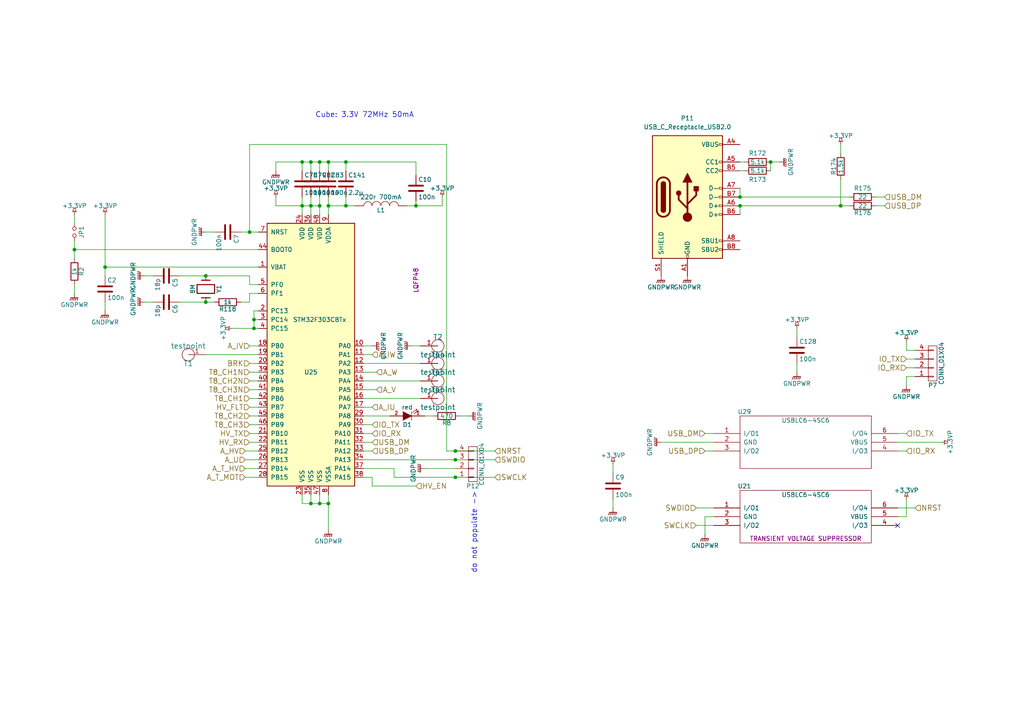
<source format=kicad_sch>
(kicad_sch (version 20231120) (generator "eeschema") (generator_version "8.0")
  (paper "A4")
  (lib_symbols
    (symbol "stmbl:+3.3VP" (power) (pin_names (offset 0))
      (property "Value" "+3.3VP" (at 0 2.54 0))
      (symbol "+3.3VP_0_0"
        (pin power_in line (at 0 0 90) (length 0) hide (name "+3.3VP") (number "1"))
      )
      (symbol "+3.3VP_0_1"
        (polyline (pts (xy 0 0) (xy 0 1.016) (xy 0 1.016)))
        (polyline (pts (xy 0.508 0.762) (xy 0 1.016) (xy -0.508 0.762) (xy -0.254 1.778) (xy 0.254 1.778) (xy 0.508 0.762) (xy 0.508 0.762)))
      )
    )
    (symbol "stmbl:C" (pin_numbers hide) (pin_names (offset 0.254))
      (property "Reference" "C" (at 0.635 2.54 0))
      (property "Value" "C" (at 0.635 -2.54 0))
      (symbol "C_0_1"
        (polyline (pts (xy -2.032 -0.762) (xy 2.032 -0.762)) (stroke (width 0.508)))
        (polyline (pts (xy -2.032 0.762) (xy 2.032 0.762)) (stroke (width 0.508)))
      )
      (symbol "C_1_1"
        (pin passive line (at 0 3.81 270) (length 2.794) (name "~") (number "1"))
        (pin passive line (at 0 -3.81 90) (length 2.794) (name "~") (number "2"))
      )
    )
    (symbol "stmbl:CONN_01X04" (pin_names (offset 1.016) hide)
      (property "Reference" "P" (at 0 6.35 0))
      (property "Value" "CONN_01X04" (at 2.54 0 90))
      (symbol "CONN_01X04_0_1"
        (rectangle (start -1.27 -3.683) (end 0.254 -3.937))
        (rectangle (start -1.27 -1.143) (end 0.254 -1.397))
        (rectangle (start -1.27 1.397) (end 0.254 1.143))
        (rectangle (start -1.27 3.937) (end 0.254 3.683))
        (rectangle (start -1.27 5.08) (end 1.27 -5.08))
      )
      (symbol "CONN_01X04_1_1"
        (pin passive line (at -5.08 3.81 0) (length 3.81) (name "P1") (number "1"))
        (pin passive line (at -5.08 1.27 0) (length 3.81) (name "P2") (number "2"))
        (pin passive line (at -5.08 -1.27 0) (length 3.81) (name "P3") (number "3"))
        (pin passive line (at -5.08 -3.81 0) (length 3.81) (name "P4") (number "4"))
      )
    )
    (symbol "stmbl:Crystal" (pin_numbers hide) (pin_names (offset 1.016) hide)
      (property "Reference" "Y" (at 0 3.81 0))
      (property "Value" "Crystal" (at 0 -3.81 0))
      (symbol "Crystal_0_1"
        (rectangle (start -1.27 2.54) (end 1.27 -2.54) (stroke (width 0.3048)))
        (polyline (pts (xy -2.54 -1.27) (xy -2.54 1.27)) (stroke (width 0.3048)))
        (polyline (pts (xy 2.54 -1.27) (xy 2.54 1.27)) (stroke (width 0.3048)))
      )
      (symbol "Crystal_1_1"
        (pin passive line (at -3.81 0 0) (length 1.27) (name "1") (number "1"))
        (pin passive line (at 3.81 0 180) (length 1.27) (name "2") (number "2"))
      )
    )
    (symbol "stmbl:GNDPWR" (power) (pin_names (offset 0))
      (property "Value" "GNDPWR" (at 0 -3.302 0))
      (symbol "GNDPWR_0_1"
        (polyline (pts (xy 0 -1.27) (xy 0 0)))
        (polyline (pts (xy -1.016 -1.27) (xy -1.27 -2.032) (xy -1.27 -2.032)) (stroke (width 0.2032)))
        (polyline (pts (xy -0.508 -1.27) (xy -0.762 -2.032) (xy -0.762 -2.032)) (stroke (width 0.2032)))
        (polyline (pts (xy 0 -1.27) (xy -0.254 -2.032) (xy -0.254 -2.032)) (stroke (width 0.2032)))
        (polyline (pts (xy 0.508 -1.27) (xy 0.254 -2.032) (xy 0.254 -2.032)) (stroke (width 0.2032)))
        (polyline (pts (xy 1.016 -1.27) (xy -1.016 -1.27) (xy -1.016 -1.27)) (stroke (width 0.2032)))
        (polyline (pts (xy 1.016 -1.27) (xy 0.762 -2.032) (xy 0.762 -2.032) (xy 0.762 -2.032)) (stroke (width 0.2032)))
      )
      (symbol "GNDPWR_1_1"
        (pin power_in line (at 0 0 90) (length 0) hide (name "GNDPWR") (number "1"))
      )
    )
    (symbol "stmbl:INDUCTOR" (pin_numbers hide) (pin_names (offset 1.016) hide)
      (property "Reference" "L" (at -1.27 0 90))
      (property "Value" "INDUCTOR" (at 2.54 0 90))
      (symbol "INDUCTOR_0_1"
        (arc (start 0.0254 -5.0546) (mid 1.2449 -3.8097) (end 0.0254 -2.54))
        (arc (start 0.0254 -2.5146) (mid 1.2703 -1.2444) (end 0.0254 0.0508))
        (arc (start 0.0254 0.0254) (mid 1.2703 1.2956) (end 0.0254 2.5908))
        (arc (start 0.0254 2.5654) (mid 1.1941 3.7595) (end 0.0254 4.9784))
      )
      (symbol "INDUCTOR_1_1"
        (pin passive line (at 0 7.62 270) (length 2.54) (name "1") (number "1"))
        (pin passive line (at 0 -7.62 90) (length 2.54) (name "2") (number "2"))
      )
    )
    (symbol "stmbl:Jumper_NO_Small" (pin_numbers hide) (pin_names (offset 0.762) hide)
      (property "Reference" "JP" (at 0 2.032 0))
      (symbol "Jumper_NO_Small_0_1"
        (circle (center -1.016 0) (radius 0.508))
        (circle (center 1.016 0) (radius 0.508))
        (pin passive line (at -2.54 0 0) (length 1.016) (name "1") (number "1"))
        (pin passive line (at 2.54 0 180) (length 1.016) (name "2") (number "2"))
      )
    )
    (symbol "stmbl:LED" (pin_names (offset 1.016) hide)
      (property "Reference" "D" (at 0 2.54 0))
      (property "Value" "LED" (at 0 -2.54 0))
      (symbol "LED_0_1"
        (polyline (pts (xy -1.27 1.27) (xy -1.27 -1.27)))
        (polyline (pts (xy -2.032 -0.635) (xy -3.175 -1.651) (xy -3.048 -1.016)))
        (polyline (pts (xy -1.651 -1.016) (xy -2.794 -2.032) (xy -2.667 -1.397)))
        (polyline (pts (xy 1.27 1.27) (xy -1.27 0) (xy 1.27 -1.27)) (fill (type outline)))
      )
      (symbol "LED_1_1"
        (pin passive line (at -5.08 0 0) (length 3.81) (name "K") (number "1"))
        (pin passive line (at 5.08 0 180) (length 3.81) (name "A") (number "2"))
      )
    )
    (symbol "stmbl:R" (pin_numbers hide) (pin_names (offset 0))
      (property "Reference" "R" (at 2.032 0 90))
      (property "Value" "R" (at 0 0 90))
      (symbol "R_0_1"
        (rectangle (start -1.016 -2.54) (end 1.016 2.54) (stroke (width 0.254)))
      )
      (symbol "R_1_1"
        (pin passive line (at 0 3.81 270) (length 1.27) (name "~") (number "1"))
        (pin passive line (at 0 -3.81 90) (length 1.27) (name "~") (number "2"))
      )
    )
    (symbol "stmbl:STM32F303CBTx" (pin_names (offset 1.016))
      (property "Reference" "U" (at -12.7 41.91 0))
      (property "Value" "STM32F303CBTx" (at 10.16 17.78 0))
      (property "Footprint" "LQFP48" (at 5.08 16.51 0))
      (symbol "STM32F303CBTx_0_1"
        (rectangle (start -12.7 -35.56) (end 12.7 40.64) (stroke (width 0.254)) (fill (type background)))
      )
      (symbol "STM32F303CBTx_1_1"
        (pin power_in line (at -15.24 27.94 0) (length 2.54) (name "VBAT") (number "1"))
        (pin bidirectional line (at 15.24 5.08 180) (length 2.54) (name "PA0") (number "10"))
        (pin bidirectional line (at 15.24 2.54 180) (length 2.54) (name "PA1") (number "11"))
        (pin bidirectional line (at 15.24 0 180) (length 2.54) (name "PA2") (number "12"))
        (pin bidirectional line (at 15.24 -2.54 180) (length 2.54) (name "PA3") (number "13"))
        (pin bidirectional line (at 15.24 -5.08 180) (length 2.54) (name "PA4") (number "14"))
        (pin bidirectional line (at 15.24 -7.62 180) (length 2.54) (name "PA5") (number "15"))
        (pin bidirectional line (at 15.24 -10.16 180) (length 2.54) (name "PA6") (number "16"))
        (pin bidirectional line (at 15.24 -12.7 180) (length 2.54) (name "PA7") (number "17"))
        (pin bidirectional line (at -15.24 5.08 0) (length 2.54) (name "PB0") (number "18"))
        (pin bidirectional line (at -15.24 2.54 0) (length 2.54) (name "PB1") (number "19"))
        (pin bidirectional line (at -15.24 15.24 0) (length 2.54) (name "PC13") (number "2"))
        (pin bidirectional line (at -15.24 0 0) (length 2.54) (name "PB2") (number "20"))
        (pin bidirectional line (at -15.24 -20.32 0) (length 2.54) (name "PB10") (number "21"))
        (pin bidirectional line (at -15.24 -22.86 0) (length 2.54) (name "PB11") (number "22"))
        (pin power_in line (at -2.54 -38.1 90) (length 2.54) (name "VSS") (number "23"))
        (pin power_in line (at -2.54 43.18 270) (length 2.54) (name "VDD") (number "24"))
        (pin bidirectional line (at -15.24 -25.4 0) (length 2.54) (name "PB12") (number "25"))
        (pin bidirectional line (at -15.24 -27.94 0) (length 2.54) (name "PB13") (number "26"))
        (pin bidirectional line (at -15.24 -30.48 0) (length 2.54) (name "PB14") (number "27"))
        (pin bidirectional line (at -15.24 -33.02 0) (length 2.54) (name "PB15") (number "28"))
        (pin bidirectional line (at 15.24 -15.24 180) (length 2.54) (name "PA8") (number "29"))
        (pin bidirectional line (at -15.24 12.7 0) (length 2.54) (name "PC14") (number "3"))
        (pin bidirectional line (at 15.24 -17.78 180) (length 2.54) (name "PA9") (number "30"))
        (pin bidirectional line (at 15.24 -20.32 180) (length 2.54) (name "PA10") (number "31"))
        (pin bidirectional line (at 15.24 -22.86 180) (length 2.54) (name "PA11") (number "32"))
        (pin bidirectional line (at 15.24 -25.4 180) (length 2.54) (name "PA12") (number "33"))
        (pin bidirectional line (at 15.24 -27.94 180) (length 2.54) (name "PA13") (number "34"))
        (pin power_in line (at 0 -38.1 90) (length 2.54) (name "VSS") (number "35"))
        (pin power_in line (at 0 43.18 270) (length 2.54) (name "VDD") (number "36"))
        (pin bidirectional line (at 15.24 -30.48 180) (length 2.54) (name "PA14") (number "37"))
        (pin bidirectional line (at 15.24 -33.02 180) (length 2.54) (name "PA15") (number "38"))
        (pin bidirectional line (at -15.24 -2.54 0) (length 2.54) (name "PB3") (number "39"))
        (pin bidirectional line (at -15.24 10.16 0) (length 2.54) (name "PC15") (number "4"))
        (pin bidirectional line (at -15.24 -5.08 0) (length 2.54) (name "PB4") (number "40"))
        (pin bidirectional line (at -15.24 -7.62 0) (length 2.54) (name "PB5") (number "41"))
        (pin bidirectional line (at -15.24 -10.16 0) (length 2.54) (name "PB6") (number "42"))
        (pin bidirectional line (at -15.24 -12.7 0) (length 2.54) (name "PB7") (number "43"))
        (pin input line (at -15.24 33.02 0) (length 2.54) (name "BOOT0") (number "44"))
        (pin bidirectional line (at -15.24 -15.24 0) (length 2.54) (name "PB8") (number "45"))
        (pin bidirectional line (at -15.24 -17.78 0) (length 2.54) (name "PB9") (number "46"))
        (pin power_in line (at 2.54 -38.1 90) (length 2.54) (name "VSS") (number "47"))
        (pin power_in line (at 2.54 43.18 270) (length 2.54) (name "VDD") (number "48"))
        (pin input line (at -15.24 22.86 0) (length 2.54) (name "PF0") (number "5"))
        (pin input line (at -15.24 20.32 0) (length 2.54) (name "PF1") (number "6"))
        (pin input line (at -15.24 38.1 0) (length 2.54) (name "NRST") (number "7"))
        (pin power_in line (at 5.08 -38.1 90) (length 2.54) (name "VSSA") (number "8"))
        (pin power_in line (at 5.08 43.18 270) (length 2.54) (name "VDDA") (number "9"))
      )
    )
    (symbol "stmbl:USBLC6-4SC6" (pin_names (offset 1.016))
      (property "Reference" "U" (at -17.7546 8.8392 0))
      (property "Value" "USBLC6-4SC6" (at 0 6.35 0))
      (property "Description" "TRANSIENT VOLTAGE SUPPRESSOR" (at 0 -6.35 0))
      (symbol "USBLC6-4SC6_0_0"
        (rectangle (start -19.05 -7.62) (end 19.05 7.62))
      )
      (symbol "USBLC6-4SC6_1_1"
        (pin unspecified line (at -26.67 2.54 0) (length 7.5946) (name "I/O1") (number "1"))
        (pin unspecified line (at -26.67 0 0) (length 7.5946) (name "GND") (number "2"))
        (pin unspecified line (at -26.67 -2.54 0) (length 7.5946) (name "I/O2") (number "3"))
        (pin unspecified line (at 26.67 -2.54 180) (length 7.5692) (name "I/O3") (number "4"))
        (pin unspecified line (at 26.67 0 180) (length 7.5692) (name "VBUS") (number "5"))
        (pin unspecified line (at 26.67 2.54 180) (length 7.5692) (name "I/O4") (number "6"))
      )
    )
    (symbol "stmbl:USB_C_Receptacle_USB2.0" (pin_names (offset 1.016))
      (property "Reference" "J" (at -10.16 19.05 0))
      (property "Value" "USB_C_Receptacle_USB2.0" (at 19.05 19.05 0))
      (symbol "USB_C_Receptacle_USB2.0_0_0"
        (rectangle (start -0.254 -17.78) (end 0.254 -16.764))
        (rectangle (start 10.16 -14.986) (end 9.144 -15.494))
        (rectangle (start 10.16 -12.446) (end 9.144 -12.954))
        (rectangle (start 10.16 -4.826) (end 9.144 -5.334))
        (rectangle (start 10.16 -2.286) (end 9.144 -2.794))
        (rectangle (start 10.16 0.254) (end 9.144 -0.254))
        (rectangle (start 10.16 2.794) (end 9.144 2.286))
        (rectangle (start 10.16 7.874) (end 9.144 7.366))
        (rectangle (start 10.16 10.414) (end 9.144 9.906))
        (rectangle (start 10.16 15.494) (end 9.144 14.986))
      )
      (symbol "USB_C_Receptacle_USB2.0_0_1"
        (rectangle (start -10.16 17.78) (end 10.16 -17.78) (stroke (width 0.254)) (fill (type background)))
        (arc (start -8.89 -3.81) (mid -6.985 -5.7067) (end -5.08 -3.81) (stroke (width 0.508)))
        (arc (start -7.62 -3.81) (mid -6.985 -4.4423) (end -6.35 -3.81) (stroke (width 0.254)))
        (arc (start -7.62 -3.81) (mid -6.985 -4.4423) (end -6.35 -3.81) (stroke (width 0.254)) (fill (type outline)))
        (rectangle (start -7.62 -3.81) (end -6.35 3.81) (stroke (width 0.254)) (fill (type outline)))
        (arc (start -6.35 3.81) (mid -6.985 4.4423) (end -7.62 3.81) (stroke (width 0.254)))
        (arc (start -6.35 3.81) (mid -6.985 4.4423) (end -7.62 3.81) (stroke (width 0.254)) (fill (type outline)))
        (arc (start -5.08 3.81) (mid -6.985 5.7067) (end -8.89 3.81) (stroke (width 0.508)))
        (circle (center -2.54 1.143) (radius 0.635) (stroke (width 0.254)) (fill (type outline)))
        (circle (center 0 -5.842) (radius 1.27) (fill (type outline)))
        (polyline (pts (xy -8.89 -3.81) (xy -8.89 3.81)) (stroke (width 0.508)))
        (polyline (pts (xy -5.08 3.81) (xy -5.08 -3.81)) (stroke (width 0.508)))
        (polyline (pts (xy 0 -5.842) (xy 0 4.318)) (stroke (width 0.508)))
        (polyline (pts (xy 0 -3.302) (xy -2.54 -0.762) (xy -2.54 0.508)) (stroke (width 0.508)))
        (polyline (pts (xy 0 -2.032) (xy 2.54 0.508) (xy 2.54 1.778)) (stroke (width 0.508)))
        (polyline (pts (xy -1.27 4.318) (xy 0 6.858) (xy 1.27 4.318) (xy -1.27 4.318)) (stroke (width 0.254)) (fill (type outline)))
        (rectangle (start 1.905 1.778) (end 3.175 3.048) (stroke (width 0.254)) (fill (type outline)))
      )
      (symbol "USB_C_Receptacle_USB2.0_1_1"
        (pin passive line (at 0 -22.86 90) (length 5.08) (name "GND") (number "A1"))
        (pin passive line (at 0 -22.86 90) (length 5.08) hide (name "GND") (number "A12"))
        (pin passive line (at 15.24 15.24 180) (length 5.08) (name "VBUS") (number "A4"))
        (pin bidirectional line (at 15.24 10.16 180) (length 5.08) (name "CC1") (number "A5"))
        (pin bidirectional line (at 15.24 -2.54 180) (length 5.08) (name "D+") (number "A6"))
        (pin bidirectional line (at 15.24 2.54 180) (length 5.08) (name "D-") (number "A7"))
        (pin bidirectional line (at 15.24 -12.7 180) (length 5.08) (name "SBU1") (number "A8"))
        (pin passive line (at 15.24 15.24 180) (length 5.08) hide (name "VBUS") (number "A9"))
        (pin passive line (at 0 -22.86 90) (length 5.08) hide (name "GND") (number "B1"))
        (pin passive line (at 0 -22.86 90) (length 5.08) hide (name "GND") (number "B12"))
        (pin passive line (at 15.24 15.24 180) (length 5.08) hide (name "VBUS") (number "B4"))
        (pin bidirectional line (at 15.24 7.62 180) (length 5.08) (name "CC2") (number "B5"))
        (pin bidirectional line (at 15.24 -5.08 180) (length 5.08) (name "D+") (number "B6"))
        (pin bidirectional line (at 15.24 0 180) (length 5.08) (name "D-") (number "B7"))
        (pin bidirectional line (at 15.24 -15.24 180) (length 5.08) (name "SBU2") (number "B8"))
        (pin passive line (at 15.24 15.24 180) (length 5.08) hide (name "VBUS") (number "B9"))
        (pin passive line (at -7.62 -22.86 90) (length 5.08) (name "SHIELD") (number "S1"))
      )
    )
    (symbol "stmbl:testpoint" (pin_names (offset 1.016))
      (property "Reference" "T" (at 0 2.54 0))
      (property "Value" "testpoint" (at 0 -2.54 0))
      (symbol "testpoint_0_1"
        (circle (center 0 0) (radius 1.8034))
      )
      (symbol "testpoint_1_1"
        (pin bidirectional line (at -5.08 0 0) (length 5.08) (name "~") (number "1"))
      )
    )
  )
  (junction (at 90.17 146.05))
  (junction (at 214.63 59.69))
  (junction (at 90.17 46.99))
  (junction (at 21.59 72.39))
  (junction (at 92.71 46.99))
  (junction (at 87.63 46.99))
  (junction (at 132.08 138.43))
  (junction (at 95.25 59.69))
  (junction (at 87.63 59.69))
  (junction (at 95.25 46.99))
  (junction (at 59.69 87.63))
  (junction (at 73.66 95.25))
  (junction (at 92.71 59.69))
  (junction (at 132.08 130.81))
  (junction (at 132.08 133.35))
  (junction (at 90.17 59.69))
  (junction (at 223.52 46.99))
  (junction (at 100.33 59.69))
  (junction (at 92.71 146.05))
  (junction (at 120.65 59.69))
  (junction (at 100.33 46.99))
  (junction (at 30.48 77.47))
  (junction (at 243.84 59.69))
  (junction (at 59.69 80.01))
  (junction (at 214.63 57.15))
  (junction (at 72.39 67.31))
  (junction (at 73.66 92.71))
  (junction (at 95.25 146.05))
  (no_connect (at 260.35 152.4))
  (wire (pts (xy 87.63 143.51) (xy 87.63 146.05)))
  (wire (pts (xy 95.25 57.15) (xy 95.25 59.69)))
  (wire (pts (xy 71.12 130.81) (xy 74.93 130.81)))
  (wire (pts (xy 260.35 130.81) (xy 262.89 130.81)))
  (wire (pts (xy 201.93 152.4) (xy 207.01 152.4)))
  (wire (pts (xy 21.59 69.85) (xy 21.59 72.39)))
  (wire (pts (xy 129.54 130.81) (xy 132.08 130.81)))
  (wire (pts (xy 80.01 57.15) (xy 80.01 59.69)))
  (wire (pts (xy 90.17 46.99) (xy 92.71 46.99)))
  (wire (pts (xy 105.41 138.43) (xy 107.95 138.43)))
  (wire (pts (xy 132.08 130.81) (xy 143.51 130.81)))
  (wire (pts (xy 201.93 147.32) (xy 207.01 147.32)))
  (wire (pts (xy 72.39 107.95) (xy 74.93 107.95)))
  (wire (pts (xy 90.17 146.05) (xy 92.71 146.05)))
  (wire (pts (xy 92.71 57.15) (xy 92.71 59.69)))
  (wire (pts (xy 73.66 95.25) (xy 74.93 95.25)))
  (wire (pts (xy 92.71 46.99) (xy 95.25 46.99)))
  (wire (pts (xy 100.33 57.15) (xy 100.33 59.69)))
  (wire (pts (xy 243.84 52.07) (xy 243.84 59.69)))
  (wire (pts (xy 256.54 59.69) (xy 254 59.69)))
  (wire (pts (xy 92.71 46.99) (xy 92.71 49.53)))
  (wire (pts (xy 265.43 109.22) (xy 262.89 109.22)))
  (wire (pts (xy 214.63 59.69) (xy 214.63 62.23)))
  (wire (pts (xy 231.14 97.79) (xy 231.14 95.25)))
  (wire (pts (xy 41.91 80.01) (xy 44.45 80.01)))
  (wire (pts (xy 72.39 85.09) (xy 74.93 85.09)))
  (wire (pts (xy 215.9 49.53) (xy 214.63 49.53)))
  (wire (pts (xy 87.63 59.69) (xy 87.63 62.23)))
  (wire (pts (xy 95.25 143.51) (xy 95.25 146.05)))
  (wire (pts (xy 87.63 57.15) (xy 87.63 59.69)))
  (wire (pts (xy 72.39 105.41) (xy 74.93 105.41)))
  (wire (pts (xy 121.92 115.57) (xy 105.41 115.57)))
  (wire (pts (xy 87.63 46.99) (xy 90.17 46.99)))
  (wire (pts (xy 132.08 138.43) (xy 143.51 138.43)))
  (wire (pts (xy 72.39 100.33) (xy 74.93 100.33)))
  (wire (pts (xy 21.59 72.39) (xy 21.59 74.93)))
  (wire (pts (xy 105.41 120.65) (xy 113.03 120.65)))
  (wire (pts (xy 107.95 102.87) (xy 105.41 102.87)))
  (wire (pts (xy 72.39 113.03) (xy 74.93 113.03)))
  (wire (pts (xy 95.25 46.99) (xy 95.25 49.53)))
  (wire (pts (xy 107.95 140.97) (xy 107.95 138.43)))
  (wire (pts (xy 109.22 113.03) (xy 105.41 113.03)))
  (wire (pts (xy 67.31 95.25) (xy 73.66 95.25)))
  (wire (pts (xy 95.25 46.99) (xy 100.33 46.99)))
  (wire (pts (xy 71.12 138.43) (xy 74.93 138.43)))
  (wire (pts (xy 107.95 140.97) (xy 120.65 140.97)))
  (wire (pts (xy 69.85 67.31) (xy 72.39 67.31)))
  (wire (pts (xy 262.89 109.22) (xy 262.89 111.76)))
  (wire (pts (xy 80.01 59.69) (xy 87.63 59.69)))
  (wire (pts (xy 87.63 146.05) (xy 90.17 146.05)))
  (wire (pts (xy 129.54 41.91) (xy 129.54 130.81)))
  (wire (pts (xy 59.69 80.01) (xy 72.39 80.01)))
  (wire (pts (xy 215.9 46.99) (xy 214.63 46.99)))
  (wire (pts (xy 114.3 138.43) (xy 114.3 135.89)))
  (wire (pts (xy 114.3 135.89) (xy 105.41 135.89)))
  (wire (pts (xy 87.63 59.69) (xy 90.17 59.69)))
  (wire (pts (xy 243.84 41.91) (xy 243.84 44.45)))
  (wire (pts (xy 72.39 80.01) (xy 72.39 82.55)))
  (wire (pts (xy 109.22 107.95) (xy 105.41 107.95)))
  (wire (pts (xy 105.41 133.35) (xy 132.08 133.35)))
  (wire (pts (xy 100.33 59.69) (xy 95.25 59.69)))
  (wire (pts (xy 73.66 90.17) (xy 74.93 90.17)))
  (wire (pts (xy 72.39 115.57) (xy 74.93 115.57)))
  (wire (pts (xy 262.89 104.14) (xy 265.43 104.14)))
  (wire (pts (xy 262.89 99.06) (xy 262.89 101.6)))
  (wire (pts (xy 90.17 57.15) (xy 90.17 59.69)))
  (wire (pts (xy 121.92 105.41) (xy 105.41 105.41)))
  (wire (pts (xy 204.47 125.73) (xy 207.01 125.73)))
  (wire (pts (xy 59.69 87.63) (xy 62.23 87.63)))
  (wire (pts (xy 80.01 46.99) (xy 87.63 46.99)))
  (wire (pts (xy 73.66 92.71) (xy 73.66 95.25)))
  (wire (pts (xy 30.48 77.47) (xy 74.93 77.47)))
  (wire (pts (xy 100.33 46.99) (xy 120.65 46.99)))
  (wire (pts (xy 52.07 87.63) (xy 59.69 87.63)))
  (wire (pts (xy 72.39 123.19) (xy 74.93 123.19)))
  (wire (pts (xy 72.39 82.55) (xy 74.93 82.55)))
  (wire (pts (xy 90.17 59.69) (xy 90.17 62.23)))
  (wire (pts (xy 105.41 123.19) (xy 107.95 123.19)))
  (wire (pts (xy 72.39 128.27) (xy 74.93 128.27)))
  (wire (pts (xy 120.65 59.69) (xy 128.27 59.69)))
  (wire (pts (xy 87.63 49.53) (xy 87.63 46.99)))
  (wire (pts (xy 262.89 101.6) (xy 265.43 101.6)))
  (wire (pts (xy 177.8 137.16) (xy 177.8 134.62)))
  (wire (pts (xy 204.47 130.81) (xy 207.01 130.81)))
  (wire (pts (xy 135.89 120.65) (xy 133.35 120.65)))
  (wire (pts (xy 72.39 120.65) (xy 74.93 120.65)))
  (wire (pts (xy 118.11 59.69) (xy 120.65 59.69)))
  (wire (pts (xy 95.25 146.05) (xy 95.25 153.67)))
  (wire (pts (xy 30.48 77.47) (xy 30.48 80.01)))
  (wire (pts (xy 30.48 62.23) (xy 30.48 77.47)))
  (wire (pts (xy 90.17 59.69) (xy 92.71 59.69)))
  (wire (pts (xy 177.8 147.32) (xy 177.8 144.78)))
  (wire (pts (xy 107.95 100.33) (xy 105.41 100.33)))
  (wire (pts (xy 246.38 59.69) (xy 243.84 59.69)))
  (wire (pts (xy 243.84 59.69) (xy 214.63 59.69)))
  (wire (pts (xy 114.3 138.43) (xy 132.08 138.43)))
  (wire (pts (xy 72.39 41.91) (xy 129.54 41.91)))
  (wire (pts (xy 119.38 100.33) (xy 121.92 100.33)))
  (wire (pts (xy 90.17 143.51) (xy 90.17 146.05)))
  (wire (pts (xy 231.14 107.95) (xy 231.14 105.41)))
  (wire (pts (xy 260.35 149.86) (xy 262.89 149.86)))
  (wire (pts (xy 80.01 49.53) (xy 80.01 46.99)))
  (wire (pts (xy 41.91 87.63) (xy 44.45 87.63)))
  (wire (pts (xy 72.39 67.31) (xy 74.93 67.31)))
  (wire (pts (xy 52.07 80.01) (xy 59.69 80.01)))
  (wire (pts (xy 262.89 106.68) (xy 265.43 106.68)))
  (wire (pts (xy 21.59 82.55) (xy 21.59 85.09)))
  (wire (pts (xy 105.41 128.27) (xy 107.95 128.27)))
  (wire (pts (xy 191.77 128.27) (xy 207.01 128.27)))
  (wire (pts (xy 223.52 46.99) (xy 226.06 46.99)))
  (wire (pts (xy 92.71 59.69) (xy 92.71 62.23)))
  (wire (pts (xy 214.63 54.61) (xy 214.63 57.15)))
  (wire (pts (xy 69.85 87.63) (xy 72.39 87.63)))
  (wire (pts (xy 262.89 149.86) (xy 262.89 144.78)))
  (wire (pts (xy 71.12 135.89) (xy 74.93 135.89)))
  (wire (pts (xy 72.39 87.63) (xy 72.39 85.09)))
  (wire (pts (xy 100.33 49.53) (xy 100.33 46.99)))
  (wire (pts (xy 262.89 125.73) (xy 260.35 125.73)))
  (wire (pts (xy 273.05 128.27) (xy 260.35 128.27)))
  (wire (pts (xy 72.39 125.73) (xy 74.93 125.73)))
  (wire (pts (xy 223.52 46.99) (xy 223.52 49.53)))
  (wire (pts (xy 59.69 67.31) (xy 62.23 67.31)))
  (wire (pts (xy 260.35 147.32) (xy 265.43 147.32)))
  (wire (pts (xy 73.66 92.71) (xy 73.66 90.17)))
  (wire (pts (xy 256.54 57.15) (xy 254 57.15)))
  (wire (pts (xy 123.19 120.65) (xy 125.73 120.65)))
  (wire (pts (xy 105.41 130.81) (xy 107.95 130.81)))
  (wire (pts (xy 120.65 46.99) (xy 120.65 50.8)))
  (wire (pts (xy 105.41 125.73) (xy 107.95 125.73)))
  (wire (pts (xy 128.27 59.69) (xy 128.27 57.15)))
  (wire (pts (xy 21.59 72.39) (xy 74.93 72.39)))
  (wire (pts (xy 72.39 118.11) (xy 74.93 118.11)))
  (wire (pts (xy 207.01 149.86) (xy 204.47 149.86)))
  (wire (pts (xy 71.12 133.35) (xy 74.93 133.35)))
  (wire (pts (xy 92.71 146.05) (xy 95.25 146.05)))
  (wire (pts (xy 21.59 64.77) (xy 21.59 62.23)))
  (wire (pts (xy 72.39 110.49) (xy 74.93 110.49)))
  (wire (pts (xy 72.39 41.91) (xy 72.39 67.31)))
  (wire (pts (xy 95.25 59.69) (xy 95.25 62.23)))
  (wire (pts (xy 123.19 135.89) (xy 132.08 135.89)))
  (wire (pts (xy 120.65 59.69) (xy 120.65 58.42)))
  (wire (pts (xy 73.66 92.71) (xy 74.93 92.71)))
  (wire (pts (xy 59.69 102.87) (xy 74.93 102.87)))
  (wire (pts (xy 102.87 59.69) (xy 100.33 59.69)))
  (wire (pts (xy 121.92 110.49) (xy 105.41 110.49)))
  (wire (pts (xy 132.08 133.35) (xy 143.51 133.35)))
  (wire (pts (xy 246.38 57.15) (xy 214.63 57.15)))
  (wire (pts (xy 90.17 46.99) (xy 90.17 49.53)))
  (wire (pts (xy 92.71 143.51) (xy 92.71 146.05)))
  (wire (pts (xy 30.48 90.17) (xy 30.48 87.63)))
  (wire (pts (xy 204.47 149.86) (xy 204.47 154.94)))
  (wire (pts (xy 107.95 118.11) (xy 105.41 118.11)))
  (text "Cube: 3.3V 72MHz 50mA" (at 91.44 34.29 0) (effects (font (size 1.524 1.524)) (justify left bottom)))
  (text "do not populate ->" (at 138.43 166.37 90) (effects (font (size 1.524 1.524)) (justify left bottom)))
  (hierarchical_label "NRST" (shape input) (at 265.43 147.32 0) (effects (font (size 1.524 1.524))))
  (hierarchical_label "USB_DM" (shape input) (at 204.47 125.73 180) (effects (font (size 1.524 1.524))))
  (hierarchical_label "T8_CH3" (shape input) (at 72.39 123.19 180) (effects (font (size 1.524 1.524))))
  (hierarchical_label "IO_TX" (shape input) (at 262.89 104.14 180) (effects (font (size 1.524 1.524))))
  (hierarchical_label "IO_RX" (shape input) (at 262.89 130.81 0) (effects (font (size 1.524 1.524))))
  (hierarchical_label "USB_DM" (shape input) (at 107.95 128.27 0) (effects (font (size 1.524 1.524))))
  (hierarchical_label "T8_CH2" (shape input) (at 72.39 120.65 180) (effects (font (size 1.524 1.524))))
  (hierarchical_label "HV_TX" (shape input) (at 72.39 125.73 180) (effects (font (size 1.524 1.524))))
  (hierarchical_label "HV_RX" (shape input) (at 72.39 128.27 180) (effects (font (size 1.524 1.524))))
  (hierarchical_label "A_IV" (shape input) (at 72.39 100.33 180) (effects (font (size 1.524 1.524))))
  (hierarchical_label "USB_DP" (shape input) (at 107.95 130.81 0) (effects (font (size 1.524 1.524))))
  (hierarchical_label "SWDIO" (shape input) (at 201.93 147.32 180) (effects (font (size 1.524 1.524))))
  (hierarchical_label "A_V" (shape input) (at 109.22 113.03 0) (effects (font (size 1.524 1.524))))
  (hierarchical_label "HV_EN" (shape input) (at 120.65 140.97 0) (effects (font (size 1.524 1.524))))
  (hierarchical_label "T8_CH1N" (shape input) (at 72.39 107.95 180) (effects (font (size 1.524 1.524))))
  (hierarchical_label "IO_RX" (shape input) (at 107.95 125.73 0) (effects (font (size 1.524 1.524))))
  (hierarchical_label "A_T_MOT" (shape input) (at 71.12 138.43 180) (effects (font (size 1.524 1.524))))
  (hierarchical_label "A_U" (shape input) (at 71.12 133.35 180) (effects (font (size 1.524 1.524))))
  (hierarchical_label "SWCLK" (shape input) (at 201.93 152.4 180) (effects (font (size 1.524 1.524))))
  (hierarchical_label "A_HV" (shape input) (at 71.12 130.81 180) (effects (font (size 1.524 1.524))))
  (hierarchical_label "A_T_HV" (shape input) (at 71.12 135.89 180) (effects (font (size 1.524 1.524))))
  (hierarchical_label "A_IW" (shape input) (at 107.95 102.87 0) (effects (font (size 1.524 1.524))))
  (hierarchical_label "USB_DP" (shape input) (at 204.47 130.81 180) (effects (font (size 1.524 1.524))))
  (hierarchical_label "IO_TX" (shape input) (at 262.89 125.73 0) (effects (font (size 1.524 1.524))))
  (hierarchical_label "HV_FLT" (shape input) (at 72.39 118.11 180) (effects (font (size 1.524 1.524))))
  (hierarchical_label "NRST" (shape input) (at 143.51 130.81 0) (effects (font (size 1.524 1.524))))
  (hierarchical_label "T8_CH2N" (shape input) (at 72.39 110.49 180) (effects (font (size 1.524 1.524))))
  (hierarchical_label "BRK" (shape input) (at 72.39 105.41 180) (effects (font (size 1.524 1.524))))
  (hierarchical_label "SWCLK" (shape input) (at 143.51 138.43 0) (effects (font (size 1.524 1.524))))
  (hierarchical_label "IO_RX" (shape input) (at 262.89 106.68 180) (effects (font (size 1.524 1.524))))
  (hierarchical_label "T8_CH3N" (shape input) (at 72.39 113.03 180) (effects (font (size 1.524 1.524))))
  (hierarchical_label "IO_TX" (shape input) (at 107.95 123.19 0) (effects (font (size 1.524 1.524))))
  (hierarchical_label "T8_CH1" (shape input) (at 72.39 115.57 180) (effects (font (size 1.524 1.524))))
  (hierarchical_label "USB_DM" (shape input) (at 256.54 57.15 0) (effects (font (size 1.524 1.524))))
  (hierarchical_label "A_IU" (shape input) (at 107.95 118.11 0) (effects (font (size 1.524 1.524))))
  (hierarchical_label "USB_DP" (shape input) (at 256.54 59.69 0) (effects (font (size 1.524 1.524))))
  (hierarchical_label "A_W" (shape input) (at 109.22 107.95 0) (effects (font (size 1.524 1.524))))
  (hierarchical_label "SWDIO" (shape input) (at 143.51 133.35 0) (effects (font (size 1.524 1.524))))
  (symbol (lib_id "stmbl:GNDPWR") (at 95.25 153.67 0) (unit 1)
    (property "Reference" "#PWR012" (effects (hide yes)))
    (property "Value" "GNDPWR" (at 95.25 156.972 0))
  )
  (symbol (lib_id "stmbl:C") (at 87.63 53.34 0) (unit 1)
    (property "Reference" "C78" (at 88.265 50.8 0) (effects (justify left)))
    (property "Value" "100n" (at 88.265 55.88 0) (effects (justify left)))
    (property "Footprint" "stmbl:C_0603" (effects (hide yes)))
    (property "Voltage" "50V" (effects (hide yes)))
    (property "Tolerance" "X5R" (effects (hide yes)))
  )
  (symbol (lib_id "stmbl:GNDPWR") (at 80.01 49.53 0) (unit 1)
    (property "Reference" "#PWR013" (effects (hide yes)))
    (property "Value" "GNDPWR" (at 80.01 52.832 0))
  )
  (symbol (lib_id "stmbl:+3.3VP") (at 80.01 57.15 0) (unit 1)
    (property "Reference" "#PWR014" (effects (hide yes)))
    (property "Value" "+3.3VP" (at 80.01 54.61 0))
  )
  (symbol (lib_id "stmbl:C") (at 90.17 53.34 0) (unit 1)
    (property "Reference" "C79" (at 90.805 50.8 0) (effects (justify left)))
    (property "Value" "100n" (at 90.805 55.88 0) (effects (justify left)))
    (property "Footprint" "stmbl:C_0603" (effects (hide yes)))
    (property "Voltage" "50V" (effects (hide yes)))
    (property "Tolerance" "X5R" (effects (hide yes)))
  )
  (symbol (lib_id "stmbl:C") (at 92.71 53.34 0) (unit 1)
    (property "Reference" "C82" (at 93.345 50.8 0) (effects (justify left)))
    (property "Value" "100n" (at 93.345 55.88 0) (effects (justify left)))
    (property "Footprint" "stmbl:C_0603" (effects (hide yes)))
    (property "Voltage" "50V" (effects (hide yes)))
    (property "Tolerance" "X5R" (effects (hide yes)))
  )
  (symbol (lib_id "stmbl:C") (at 95.25 53.34 0) (unit 1)
    (property "Reference" "C83" (at 95.885 50.8 0) (effects (justify left)))
    (property "Value" "100n" (at 95.885 55.88 0) (effects (justify left)))
    (property "Footprint" "stmbl:C_0603" (effects (hide yes)))
    (property "Voltage" "50V" (effects (hide yes)))
    (property "Tolerance" "X5R" (effects (hide yes)))
  )
  (symbol (lib_id "stmbl:Crystal") (at 59.69 83.82 270) (unit 1)
    (property "Reference" "Y1" (at 63.5 83.82 0))
    (property "Value" "8M" (at 55.88 83.82 0))
    (property "Footprint" "stmbl:Crystal_SMD_0503_4Pads" (effects (hide yes)))
    (property "Manufacturer No" "ABM3B-8.000MHZ-10-1UT" (effects (hide yes)))
    (property "Source" "https://de.aliexpress.com/item/1LOT-10PCS-Crystal-8MHZ-20PF-20PPM-4P-5032-SeriesYSX531SL/32534814045.html" (effects (hide yes)))
    (property "Manufacturer" "Abracon LLC" (effects (hide yes)))
  )
  (symbol (lib_id "stmbl:GNDPWR") (at 41.91 80.01 270) (unit 1)
    (property "Reference" "#PWR015" (effects (hide yes)))
    (property "Value" "GNDPWR" (at 38.608 80.01 0))
  )
  (symbol (lib_id "stmbl:C") (at 48.26 80.01 270) (unit 1)
    (property "Reference" "C5" (at 50.8 80.645 0) (effects (justify left)))
    (property "Value" "18p" (at 45.72 80.645 0) (effects (justify left)))
    (property "Footprint" "stmbl:C_0603" (effects (hide yes)))
    (property "Voltage" "50V" (effects (hide yes)))
    (property "Tolerance" "X5R" (effects (hide yes)))
  )
  (symbol (lib_id "stmbl:GNDPWR") (at 41.91 87.63 270) (unit 1)
    (property "Reference" "#PWR016" (effects (hide yes)))
    (property "Value" "GNDPWR" (at 38.608 87.63 0))
  )
  (symbol (lib_id "stmbl:C") (at 48.26 87.63 270) (unit 1)
    (property "Reference" "C6" (at 50.8 88.265 0) (effects (justify left)))
    (property "Value" "18p" (at 45.72 88.265 0) (effects (justify left)))
    (property "Footprint" "stmbl:C_0603" (effects (hide yes)))
    (property "Voltage" "50V" (effects (hide yes)))
    (property "Tolerance" "X5R" (effects (hide yes)))
  )
  (symbol (lib_id "stmbl:C") (at 30.48 83.82 0) (unit 1)
    (property "Reference" "C2" (at 31.115 81.28 0) (effects (justify left)))
    (property "Value" "100n" (at 31.115 86.36 0) (effects (justify left)))
    (property "Footprint" "stmbl:C_0603" (effects (hide yes)))
    (property "Voltage" "50V" (effects (hide yes)))
    (property "Tolerance" "X5R" (effects (hide yes)))
  )
  (symbol (lib_id "stmbl:GNDPWR") (at 30.48 90.17 0) (unit 1)
    (property "Reference" "#PWR017" (effects (hide yes)))
    (property "Value" "GNDPWR" (at 30.48 93.472 0))
  )
  (symbol (lib_id "stmbl:+3.3VP") (at 30.48 62.23 0) (unit 1)
    (property "Reference" "#PWR018" (effects (hide yes)))
    (property "Value" "+3.3VP" (at 30.48 59.69 0))
  )
  (symbol (lib_id "stmbl:C") (at 66.04 67.31 270) (unit 1)
    (property "Reference" "C7" (at 68.58 67.945 0) (effects (justify left)))
    (property "Value" "100n" (at 63.5 67.945 0) (effects (justify left)))
    (property "Footprint" "stmbl:C_0603" (effects (hide yes)))
    (property "Voltage" "50V" (effects (hide yes)))
    (property "Tolerance" "X5R" (effects (hide yes)))
  )
  (symbol (lib_id "stmbl:GNDPWR") (at 59.69 67.31 270) (unit 1)
    (property "Reference" "#PWR019" (effects (hide yes)))
    (property "Value" "GNDPWR" (at 56.388 67.31 0))
  )
  (symbol (lib_id "stmbl:CONN_01X04") (at 137.16 134.62 0) (mirror x) (unit 1)
    (property "Reference" "P12" (at 137.16 140.97 0))
    (property "Value" "CONN_01X04" (at 139.7 134.62 90))
    (property "Footprint" "stmbl:Pin_Header_Straight_1x04_smd" (effects (hide yes)))
  )
  (symbol (lib_id "stmbl:GNDPWR") (at 123.19 135.89 270) (unit 1)
    (property "Reference" "#PWR020" (effects (hide yes)))
    (property "Value" "GNDPWR" (at 119.888 135.89 0))
  )
  (symbol (lib_id "stmbl:R") (at 21.59 78.74 0) (unit 1)
    (property "Reference" "R2" (at 23.622 78.74 90))
    (property "Value" "1k" (at 21.59 78.74 90))
    (property "Footprint" "stmbl:R_0603" (effects (hide yes)))
    (property "Tolerance" "1%" (effects (hide yes)))
  )
  (symbol (lib_id "stmbl:GNDPWR") (at 21.59 85.09 0) (unit 1)
    (property "Reference" "#PWR021" (effects (hide yes)))
    (property "Value" "GNDPWR" (at 21.59 88.392 0))
  )
  (symbol (lib_id "stmbl:+3.3VP") (at 21.59 62.23 0) (unit 1)
    (property "Reference" "#PWR022" (effects (hide yes)))
    (property "Value" "+3.3VP" (at 21.59 59.69 0))
  )
  (symbol (lib_id "stmbl:Jumper_NO_Small") (at 21.59 67.31 270) (unit 1)
    (property "Reference" "JP1" (at 23.622 67.31 0))
    (property "Value" "Jumper_NO_Small" (effects (hide yes)))
    (property "Footprint" "stmbl:SOLDER_JUMPER" (effects (hide yes)))
  )
  (symbol (lib_id "stmbl:USBLC6-4SC6") (at 233.68 149.86 0) (unit 1)
    (property "Reference" "U21" (at 215.9254 141.0208 0))
    (property "Value" "USBLC6-4SC6" (at 233.68 143.51 0))
    (property "Footprint" "stmbl:SOT-23-6" (effects (hide yes)))
    (property "Description" "TRANSIENT VOLTAGE SUPPRESSOR" (at 233.68 156.21 0))
    (property "Manufacturer No" "USBLC6-4SC6" (effects (hide yes)))
    (property "Manufacturer" "STMicroelectronics" (effects (hide yes)))
  )
  (symbol (lib_id "stmbl:GNDPWR") (at 204.47 154.94 0) (unit 1)
    (property "Reference" "#PWR023" (effects (hide yes)))
    (property "Value" "GNDPWR" (at 204.47 158.242 0))
  )
  (symbol (lib_id "stmbl:+3.3VP") (at 262.89 144.78 0) (unit 1)
    (property "Reference" "#PWR024" (effects (hide yes)))
    (property "Value" "+3.3VP" (at 262.89 142.24 0))
  )
  (symbol (lib_id "stmbl:STM32F303CBTx") (at 90.17 105.41 0) (unit 1)
    (property "Reference" "U25" (at 90.17 107.95 0))
    (property "Value" "STM32F303CBTx" (at 92.71 92.71 0))
    (property "Footprint" "LQFP48" (at 120.65 81.28 90))
    (property "Manufacturer No" "STM32F303CBT" (effects (hide yes)))
    (property "Manufacturer" "STMicroelectronics" (effects (hide yes)))
  )
  (symbol (lib_id "stmbl:testpoint") (at 127 110.49 0) (unit 1)
    (property "Reference" "T45" (at 127 107.95 0) (effects (font (size 1.524 1.524))))
    (property "Value" "testpoint" (at 127 113.03 0) (effects (font (size 1.524 1.524))))
    (property "Footprint" "stmbl:Measurement_Point_Round-SMD-Pad_Small" (effects (hide yes)))
  )
  (symbol (lib_id "stmbl:testpoint") (at 127 105.41 0) (unit 1)
    (property "Reference" "T44" (at 127 102.87 0) (effects (font (size 1.524 1.524))))
    (property "Value" "testpoint" (at 127 107.95 0) (effects (font (size 1.524 1.524))))
    (property "Footprint" "stmbl:Measurement_Point_Round-SMD-Pad_Small" (effects (hide yes)))
  )
  (symbol (lib_id "stmbl:testpoint") (at 127 115.57 0) (unit 1)
    (property "Reference" "T46" (at 127 113.03 0) (effects (font (size 1.524 1.524))))
    (property "Value" "testpoint" (at 127 118.11 0) (effects (font (size 1.524 1.524))))
    (property "Footprint" "stmbl:Measurement_Point_Round-SMD-Pad_Small" (effects (hide yes)))
  )
  (symbol (lib_id "stmbl:testpoint") (at 54.61 102.87 180) (unit 1)
    (property "Reference" "T1" (at 54.61 105.41 0) (effects (font (size 1.524 1.524))))
    (property "Value" "testpoint" (at 54.61 100.33 0) (effects (font (size 1.524 1.524))))
    (property "Footprint" "stmbl:Measurement_Point_Round-SMD-Pad_Small" (effects (hide yes)))
  )
  (symbol (lib_id "stmbl:LED") (at 118.11 120.65 180) (unit 1)
    (property "Reference" "D1" (at 118.11 123.19 0))
    (property "Value" "red" (at 118.11 118.11 0))
    (property "Footprint" "stmbl:LED-0805-SIDE" (effects (hide yes)))
    (property "Manufacturer No" "LTST-S220KRKT" (effects (hide yes)))
    (property "Manufacturer" "Lite-On" (effects (hide yes)))
  )
  (symbol (lib_id "stmbl:R") (at 129.54 120.65 270) (unit 1)
    (property "Reference" "R8" (at 129.54 122.682 90))
    (property "Value" "470" (at 129.54 120.65 90))
    (property "Footprint" "stmbl:R_0603" (effects (hide yes)))
    (property "Tolerance" "1%" (effects (hide yes)))
  )
  (symbol (lib_id "stmbl:INDUCTOR") (at 110.49 59.69 90) (unit 1)
    (property "Reference" "L1" (at 110.49 60.96 90))
    (property "Value" "220r 700mA" (at 110.49 57.15 90))
    (property "Footprint" "stmbl:R_0603" (effects (hide yes)))
    (property "Manufacturer No" "BLM18AG221SN1" (effects (hide yes)))
    (property "Source" "https://de.aliexpress.com/item/500-PCS-LOT-patch-magnetic-bead-FB-BLM18AG221SN1-0603-220-r-0-5-A-magnetic-beads/32675343247.html" (effects (hide yes)))
    (property "Manufacturer" "Murata" (effects (hide yes)))
  )
  (symbol (lib_id "stmbl:C") (at 120.65 54.61 0) (unit 1)
    (property "Reference" "C10" (at 121.285 52.07 0) (effects (justify left)))
    (property "Value" "100n" (at 121.285 57.15 0) (effects (justify left)))
    (property "Footprint" "stmbl:C_0603" (effects (hide yes)))
    (property "Voltage" "50V" (effects (hide yes)))
    (property "Tolerance" "X5R" (effects (hide yes)))
  )
  (symbol (lib_id "stmbl:+3.3VP") (at 128.27 57.15 0) (unit 1)
    (property "Reference" "#PWR025" (effects (hide yes)))
    (property "Value" "+3.3VP" (at 128.27 54.61 0))
  )
  (symbol (lib_id "stmbl:C") (at 177.8 140.97 0) (unit 1)
    (property "Reference" "C9" (at 178.435 138.43 0) (effects (justify left)))
    (property "Value" "100n" (at 178.435 143.51 0) (effects (justify left)))
    (property "Footprint" "stmbl:C_0603" (effects (hide yes)))
    (property "Voltage" "50V" (effects (hide yes)))
    (property "Tolerance" "X5R" (effects (hide yes)))
  )
  (symbol (lib_id "stmbl:GNDPWR") (at 177.8 147.32 0) (unit 1)
    (property "Reference" "#PWR026" (effects (hide yes)))
    (property "Value" "GNDPWR" (at 177.8 150.622 0))
  )
  (symbol (lib_id "stmbl:+3.3VP") (at 177.8 134.62 0) (unit 1)
    (property "Reference" "#PWR027" (effects (hide yes)))
    (property "Value" "+3.3VP" (at 177.8 132.08 0))
  )
  (symbol (lib_id "stmbl:USBLC6-4SC6") (at 233.68 128.27 0) (unit 1)
    (property "Reference" "U29" (at 215.9254 119.4308 0))
    (property "Value" "USBLC6-4SC6" (at 233.68 121.92 0))
    (property "Footprint" "stmbl:SOT-23-6" (effects (hide yes)))
    (property "Description" "TRANSIENT VOLTAGE SUPPRESSOR" (effects (hide yes)))
    (property "Manufacturer No" "USBLC6-4SC6" (effects (hide yes)))
    (property "Manufacturer" "STMicroelectronics" (effects (hide yes)))
  )
  (symbol (lib_id "stmbl:C") (at 231.14 101.6 0) (unit 1)
    (property "Reference" "C128" (at 231.775 99.06 0) (effects (justify left)))
    (property "Value" "100n" (at 231.775 104.14 0) (effects (justify left)))
    (property "Footprint" "stmbl:C_0603" (effects (hide yes)))
    (property "Voltage" "50V" (effects (hide yes)))
    (property "Tolerance" "X5R" (effects (hide yes)))
  )
  (symbol (lib_id "stmbl:GNDPWR") (at 231.14 107.95 0) (unit 1)
    (property "Reference" "#PWR028" (effects (hide yes)))
    (property "Value" "GNDPWR" (at 231.14 111.252 0))
  )
  (symbol (lib_id "stmbl:+3.3VP") (at 273.05 128.27 270) (unit 1)
    (property "Reference" "#PWR029" (effects (hide yes)))
    (property "Value" "+3.3VP" (at 275.59 128.27 0))
  )
  (symbol (lib_id "stmbl:GNDPWR") (at 135.89 120.65 90) (unit 1)
    (property "Reference" "#PWR030" (effects (hide yes)))
    (property "Value" "GNDPWR" (at 139.192 120.65 0))
  )
  (symbol (lib_id "stmbl:GNDPWR") (at 191.77 128.27 270) (unit 1)
    (property "Reference" "#PWR031" (effects (hide yes)))
    (property "Value" "GNDPWR" (at 188.468 128.27 0))
  )
  (symbol (lib_id "stmbl:+3.3VP") (at 231.14 95.25 0) (unit 1)
    (property "Reference" "#PWR032" (effects (hide yes)))
    (property "Value" "+3.3VP" (at 231.14 92.71 0))
  )
  (symbol (lib_id "stmbl:GNDPWR") (at 262.89 111.76 0) (unit 1)
    (property "Reference" "#PWR035" (effects (hide yes)))
    (property "Value" "GNDPWR" (at 262.89 115.062 0))
  )
  (symbol (lib_id "stmbl:R") (at 66.04 87.63 270) (unit 1)
    (property "Reference" "R118" (at 66.04 89.662 90))
    (property "Value" "1k" (at 66.04 87.63 90))
    (property "Footprint" "stmbl:R_0603" (effects (hide yes)))
    (property "Tolerance" "1%" (effects (hide yes)))
  )
  (symbol (lib_id "stmbl:CONN_01X04") (at 270.51 105.41 0) (mirror x) (unit 1) (in_bom no)
    (property "Reference" "P7" (at 270.51 111.76 0))
    (property "Value" "CONN_01X04" (at 273.05 105.41 90))
    (property "Footprint" "stmbl:Pin_Header_Straight_1x04_smd" (effects (hide yes)))
  )
  (symbol (lib_id "stmbl:+3.3VP") (at 262.89 99.06 0) (unit 1)
    (property "Reference" "#PWR036" (effects (hide yes)))
    (property "Value" "+3.3VP" (at 262.89 96.52 0))
  )
  (symbol (lib_id "stmbl:GNDPWR") (at 107.95 100.33 90) (unit 1)
    (property "Reference" "#PWR038" (effects (hide yes)))
    (property "Value" "GNDPWR" (at 111.252 100.33 0))
  )
  (symbol (lib_id "stmbl:+3.3VP") (at 67.31 95.25 90) (unit 1)
    (property "Reference" "#PWR039" (effects (hide yes)))
    (property "Value" "+3.3VP" (at 64.77 95.25 0))
  )
  (symbol (lib_id "stmbl:testpoint") (at 127 100.33 0) (unit 1)
    (property "Reference" "T2" (at 127 97.79 0) (effects (font (size 1.524 1.524))))
    (property "Value" "testpoint" (at 127 102.87 0) (effects (font (size 1.524 1.524))))
    (property "Footprint" "stmbl:Measurement_Point_Round-SMD-Pad_Small" (effects (hide yes)))
  )
  (symbol (lib_id "stmbl:GNDPWR") (at 119.38 100.33 270) (unit 1)
    (property "Reference" "#PWR0230" (effects (hide yes)))
    (property "Value" "GNDPWR" (at 116.078 100.33 0))
  )
  (symbol (lib_id "stmbl:C") (at 100.33 53.34 0) (unit 1)
    (property "Reference" "C141" (at 100.965 50.8 0) (effects (justify left)))
    (property "Value" "2.2µ" (at 100.965 55.88 0) (effects (justify left)))
    (property "Footprint" "stmbl:C_0603" (effects (hide yes)))
    (property "Voltage" "35V" (effects (hide yes)))
    (property "Tolerance" "X5R" (effects (hide yes)))
  )
  (symbol (lib_id "stmbl:GNDPWR") (at 191.77 80.01 0) (unit 1)
    (property "Reference" "#PWR07" (effects (hide yes)))
    (property "Value" "GNDPWR" (at 191.77 83.312 0))
  )
  (symbol (lib_id "stmbl:R") (at 250.19 59.69 270) (unit 1)
    (property "Reference" "R176" (at 250.19 61.722 90))
    (property "Value" "22" (at 250.19 59.69 90))
    (property "Footprint" "stmbl:R_0603" (effects (hide yes)))
    (property "Tolerance" "1%" (effects (hide yes)))
  )
  (symbol (lib_id "stmbl:+3.3VP") (at 243.84 41.91 0) (unit 1)
    (property "Reference" "#PWR040" (effects (hide yes)))
    (property "Value" "+3.3VP" (at 243.84 39.37 0))
  )
  (symbol (lib_id "stmbl:GNDPWR") (at 226.06 46.99 90) (unit 1)
    (property "Reference" "#PWR037" (effects (hide yes)))
    (property "Value" "GNDPWR" (at 229.362 46.99 0))
  )
  (symbol (lib_id "stmbl:R") (at 219.71 46.99 270) (unit 1)
    (property "Reference" "R172" (at 219.71 44.45 90))
    (property "Value" "5.1k" (at 219.71 46.99 90))
    (property "Footprint" "stmbl:R_0603" (effects (hide yes)))
    (property "Tolerance" "1%" (effects (hide yes)))
  )
  (symbol (lib_id "stmbl:R") (at 243.84 48.26 180) (unit 1)
    (property "Reference" "R174" (at 241.808 48.26 90))
    (property "Value" "1.5k" (at 243.84 48.26 90))
    (property "Footprint" "stmbl:R_0603" (effects (hide yes)))
    (property "Tolerance" "1%" (effects (hide yes)))
  )
  (symbol (lib_id "stmbl:R") (at 219.71 49.53 270) (unit 1)
    (property "Reference" "R173" (at 219.71 52.07 90))
    (property "Value" "5.1k" (at 219.71 49.53 90))
    (property "Footprint" "stmbl:R_0603" (effects (hide yes)))
    (property "Tolerance" "1%" (effects (hide yes)))
  )
  (symbol (lib_id "stmbl:USB_C_Receptacle_USB2.0") (at 199.39 57.15 0) (unit 1)
    (property "Reference" "P11" (at 199.39 34.29 0))
    (property "Value" "USB_C_Receptacle_USB2.0" (at 199.39 36.83 0))
    (property "Footprint" "stmbl:USB_C_Receptacle_GCT_USB4105-xx-A_16P_TopMnt_Horizontal" (effects (hide yes)))
    (property "Datasheet" "https://www.usb.org/sites/default/files/documents/usb_type-c.zip" (effects (hide yes)))
  )
  (symbol (lib_id "stmbl:R") (at 250.19 57.15 270) (unit 1)
    (property "Reference" "R175" (at 250.19 54.61 90))
    (property "Value" "22" (at 250.19 57.15 90))
    (property "Footprint" "stmbl:R_0603" (effects (hide yes)))
    (property "Tolerance" "1%" (effects (hide yes)))
  )
  (symbol (lib_id "stmbl:GNDPWR") (at 199.39 80.01 0) (unit 1)
    (property "Reference" "#PWR08" (effects (hide yes)))
    (property "Value" "GNDPWR" (at 199.39 83.312 0))
  )
)
</source>
